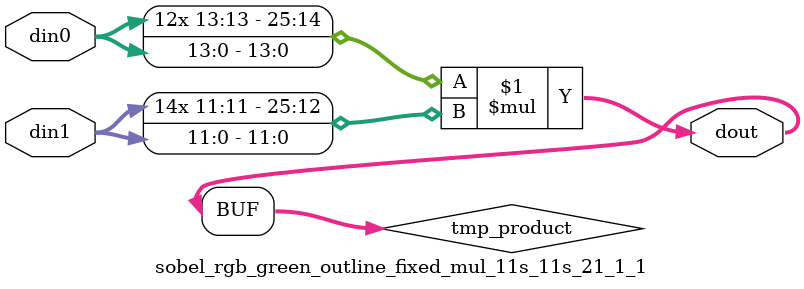
<source format=v>

`timescale 1 ns / 1 ps

  module sobel_rgb_green_outline_fixed_mul_11s_11s_21_1_1(din0, din1, dout);
parameter ID = 1;
parameter NUM_STAGE = 0;
parameter din0_WIDTH = 14;
parameter din1_WIDTH = 12;
parameter dout_WIDTH = 26;

input [din0_WIDTH - 1 : 0] din0; 
input [din1_WIDTH - 1 : 0] din1; 
output [dout_WIDTH - 1 : 0] dout;

wire signed [dout_WIDTH - 1 : 0] tmp_product;













assign tmp_product = $signed(din0) * $signed(din1);








assign dout = tmp_product;







endmodule

</source>
